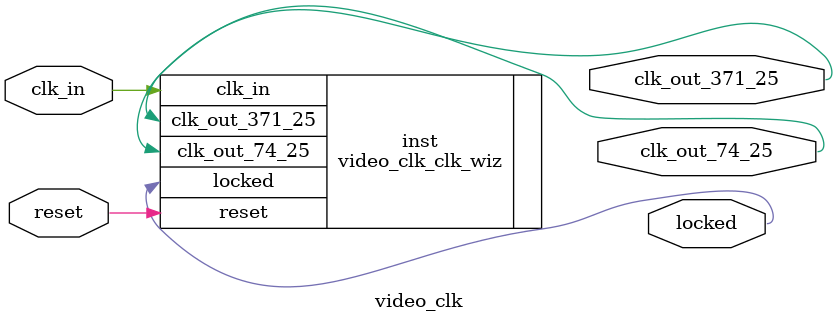
<source format=v>


`timescale 1ps/1ps

(* CORE_GENERATION_INFO = "video_clk,clk_wiz_v6_0_2_0_0,{component_name=video_clk,use_phase_alignment=true,use_min_o_jitter=false,use_max_i_jitter=false,use_dyn_phase_shift=false,use_inclk_switchover=false,use_dyn_reconfig=false,enable_axi=0,feedback_source=FDBK_AUTO,PRIMITIVE=MMCM,num_out_clk=2,clkin1_period=20.000,clkin2_period=10.0,use_power_down=false,use_reset=true,use_locked=true,use_inclk_stopped=false,feedback_type=SINGLE,CLOCK_MGR_TYPE=NA,manual_override=false}" *)

module video_clk 
 (
  // Clock out ports
  output        clk_out_74_25,
  output        clk_out_371_25,
  // Status and control signals
  input         reset,
  output        locked,
 // Clock in ports
  input         clk_in
 );

  video_clk_clk_wiz inst
  (
  // Clock out ports  
  .clk_out_74_25(clk_out_74_25),
  .clk_out_371_25(clk_out_371_25),
  // Status and control signals               
  .reset(reset), 
  .locked(locked),
 // Clock in ports
  .clk_in(clk_in)
  );

endmodule

</source>
